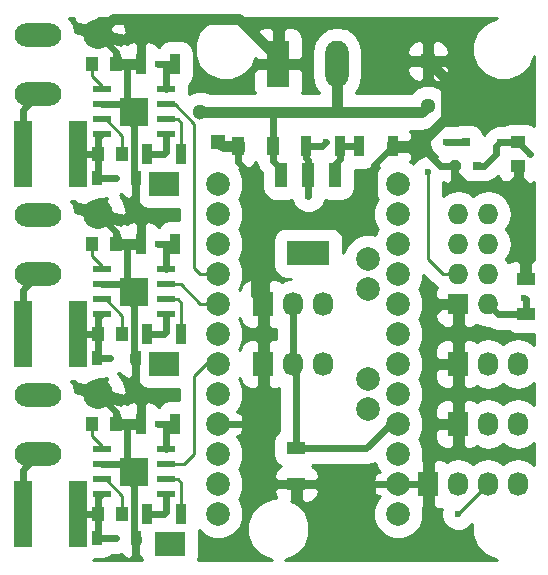
<source format=gtl>
G04 #@! TF.FileFunction,Copper,L1,Top,Signal*
%FSLAX46Y46*%
G04 Gerber Fmt 4.6, Leading zero omitted, Abs format (unit mm)*
G04 Created by KiCad (PCBNEW 4.0.4-stable) date 03/13/17 09:42:38*
%MOMM*%
%LPD*%
G01*
G04 APERTURE LIST*
%ADD10C,0.100000*%
%ADD11C,2.000000*%
%ADD12R,1.000000X1.600000*%
%ADD13R,1.600000X1.000000*%
%ADD14R,1.250000X1.000000*%
%ADD15R,0.900000X1.700000*%
%ADD16R,3.657600X2.032000*%
%ADD17R,1.016000X2.032000*%
%ADD18R,0.800100X0.800100*%
%ADD19R,1.727200X1.727200*%
%ADD20O,1.727200X1.727200*%
%ADD21R,1.000000X1.250000*%
%ADD22R,1.300000X1.300000*%
%ADD23C,1.300000*%
%ADD24C,2.540000*%
%ADD25R,2.540000X2.000000*%
%ADD26R,0.910000X1.220000*%
%ADD27R,1.550000X0.600000*%
%ADD28R,1.175000X1.175000*%
%ADD29R,1.600000X5.700000*%
%ADD30R,1.981200X3.962400*%
%ADD31O,1.981200X3.962400*%
%ADD32O,3.962400X1.981200*%
%ADD33R,1.727200X2.032000*%
%ADD34O,1.727200X2.032000*%
%ADD35C,0.600000*%
%ADD36C,0.600000*%
%ADD37C,0.900000*%
%ADD38C,0.250000*%
%ADD39C,0.254000*%
G04 APERTURE END LIST*
D10*
D11*
X119380000Y-114300000D03*
X119380000Y-116840000D03*
X119380000Y-119380000D03*
X119380000Y-121920000D03*
X119380000Y-124460000D03*
X119380000Y-127000000D03*
X119380000Y-129540000D03*
X119380000Y-132080000D03*
X119380000Y-134620000D03*
X119380000Y-137160000D03*
X119380000Y-139700000D03*
X119380000Y-142240000D03*
X134620000Y-142240000D03*
X134620000Y-139700000D03*
X134620000Y-137160000D03*
X134620000Y-134620000D03*
X134620000Y-132080000D03*
X134620000Y-129540000D03*
X134620000Y-127000000D03*
X134620000Y-124460000D03*
X134620000Y-121920000D03*
X134620000Y-119380000D03*
X134620000Y-116840000D03*
X134620000Y-114300000D03*
X132080000Y-120650000D03*
X132080000Y-123190000D03*
X132080000Y-133350000D03*
X132080000Y-130810000D03*
D12*
X124055000Y-111125000D03*
X121055000Y-111125000D03*
D13*
X125984000Y-136676000D03*
X125984000Y-139676000D03*
X145415000Y-125325000D03*
X145415000Y-122325000D03*
D14*
X144780000Y-110760000D03*
X144780000Y-112760000D03*
D15*
X126820000Y-111125000D03*
X129720000Y-111125000D03*
X131265000Y-111125000D03*
X134165000Y-111125000D03*
D16*
X127000000Y-120142000D03*
D17*
X127000000Y-113538000D03*
X124714000Y-113538000D03*
X129286000Y-113538000D03*
D18*
X139385000Y-112760760D03*
X141285000Y-112760760D03*
X140335000Y-110761780D03*
D19*
X139700000Y-124460000D03*
D20*
X142240000Y-124460000D03*
X139700000Y-121920000D03*
X142240000Y-121920000D03*
X139700000Y-119380000D03*
X142240000Y-119380000D03*
X139700000Y-116840000D03*
X142240000Y-116840000D03*
D21*
X108728000Y-134620000D03*
X110728000Y-134620000D03*
X108728000Y-119380000D03*
X110728000Y-119380000D03*
X108728000Y-104140000D03*
X110728000Y-104140000D03*
X109236000Y-142240000D03*
X111236000Y-142240000D03*
X109236000Y-127000000D03*
X111236000Y-127000000D03*
X109236000Y-111760000D03*
X111236000Y-111760000D03*
D22*
X119380000Y-110744000D03*
D23*
X117856000Y-108204000D03*
D24*
X109220000Y-132080001D03*
D25*
X115317953Y-144777463D03*
D24*
X109220001Y-116840000D03*
D25*
X114809953Y-129537463D03*
D24*
X109220000Y-101600001D03*
D25*
X114809953Y-114297463D03*
D26*
X109109000Y-144272000D03*
X112379000Y-144272000D03*
X109109000Y-129032000D03*
X112379000Y-129032000D03*
X109109000Y-113792000D03*
X112379000Y-113792000D03*
D15*
X116258000Y-142240000D03*
X113358000Y-142240000D03*
X116258000Y-127000000D03*
X113358000Y-127000000D03*
X116258000Y-111760000D03*
X113358000Y-111760000D03*
X115750000Y-134620000D03*
X112850000Y-134620000D03*
X115750000Y-119380000D03*
X112850000Y-119380000D03*
X115750000Y-104140000D03*
X112850000Y-104140000D03*
D27*
X114968000Y-125349000D03*
X114968000Y-124079000D03*
X114968000Y-122809000D03*
X114968000Y-121539000D03*
X109568000Y-121539000D03*
X109568000Y-122809000D03*
X109568000Y-124079000D03*
X109568000Y-125349000D03*
D28*
X111680500Y-122856500D03*
X111680500Y-124031500D03*
X112855500Y-122856500D03*
X112855500Y-124031500D03*
D27*
X114968000Y-110109000D03*
X114968000Y-108839000D03*
X114968000Y-107569000D03*
X114968000Y-106299000D03*
X109568000Y-106299000D03*
X109568000Y-107569000D03*
X109568000Y-108839000D03*
X109568000Y-110109000D03*
D28*
X111680500Y-107616500D03*
X111680500Y-108791500D03*
X112855500Y-107616500D03*
X112855500Y-108791500D03*
D27*
X114968000Y-140589000D03*
X114968000Y-139319000D03*
X114968000Y-138049000D03*
X114968000Y-136779000D03*
X109568000Y-136779000D03*
X109568000Y-138049000D03*
X109568000Y-139319000D03*
X109568000Y-140589000D03*
D28*
X111680500Y-138096500D03*
X111680500Y-139271500D03*
X112855500Y-138096500D03*
X112855500Y-139271500D03*
D29*
X107506000Y-142240000D03*
X102806000Y-142240000D03*
D23*
X137160000Y-107696000D03*
D22*
X137160000Y-103896000D03*
D29*
X107506000Y-127000000D03*
X102806000Y-127000000D03*
X107506000Y-111760000D03*
X102806000Y-111760000D03*
D30*
X124460000Y-104140000D03*
D31*
X129460000Y-104140000D03*
D32*
X104140000Y-137160000D03*
X104140000Y-132160000D03*
X104140000Y-106680000D03*
X104140000Y-101680000D03*
X104140000Y-121920000D03*
X104140000Y-116920000D03*
D33*
X123190000Y-124460000D03*
D34*
X125730000Y-124460000D03*
X128270000Y-124460000D03*
D33*
X123190000Y-129540000D03*
D34*
X125730000Y-129540000D03*
X128270000Y-129540000D03*
D33*
X137160000Y-139700000D03*
D34*
X139700000Y-139700000D03*
X142240000Y-139700000D03*
X144780000Y-139700000D03*
D33*
X139700000Y-129540000D03*
D34*
X142240000Y-129540000D03*
X144780000Y-129540000D03*
D33*
X139700000Y-134620000D03*
D34*
X142240000Y-134620000D03*
X144780000Y-134620000D03*
D35*
X114808000Y-111760000D03*
X114808000Y-127000000D03*
X114808000Y-142240000D03*
X128524000Y-110744000D03*
X138684000Y-110744000D03*
X127000000Y-115316000D03*
X145796000Y-111760000D03*
X145288000Y-123952000D03*
X143256000Y-110744000D03*
X137160000Y-113284000D03*
X110744000Y-144272000D03*
X110236000Y-129032000D03*
X110744000Y-113792000D03*
X139700000Y-142240000D03*
X114300000Y-134620000D03*
X114300000Y-104140000D03*
X114300000Y-119380000D03*
D36*
X113358000Y-111760000D02*
X114808000Y-111760000D01*
X114968000Y-110109000D02*
X114968000Y-111600000D01*
X114968000Y-111600000D02*
X114808000Y-111760000D01*
X114968000Y-140589000D02*
X114968000Y-142080000D01*
X114968000Y-142080000D02*
X114808000Y-142240000D01*
X113358000Y-127000000D02*
X114808000Y-127000000D01*
X114968000Y-125349000D02*
X114968000Y-126840000D01*
X114968000Y-126840000D02*
X114808000Y-127000000D01*
X114808000Y-142240000D02*
X113358000Y-142240000D01*
X124055000Y-111125000D02*
X124055000Y-108204000D01*
X124055000Y-108204000D02*
X123952000Y-108204000D01*
D37*
X129460000Y-104140000D02*
X129460000Y-108204000D01*
X129460000Y-108204000D02*
X129540000Y-108204000D01*
X117856000Y-108204000D02*
X123952000Y-108204000D01*
X123952000Y-108204000D02*
X129540000Y-108204000D01*
X129540000Y-108204000D02*
X136652000Y-108204000D01*
X136652000Y-108204000D02*
X137160000Y-107696000D01*
D36*
X124714000Y-113538000D02*
X124714000Y-113030000D01*
X124714000Y-113030000D02*
X124055000Y-112371000D01*
X124055000Y-112371000D02*
X124055000Y-111125000D01*
D37*
X122491500Y-101663500D02*
X121158000Y-100330000D01*
X110490001Y-100330000D02*
X109220000Y-101600001D01*
X121158000Y-100330000D02*
X110490001Y-100330000D01*
X138684000Y-108712000D02*
X138684000Y-105420000D01*
X138684000Y-105420000D02*
X138684000Y-105664000D01*
X138684000Y-105664000D02*
X138684000Y-105420000D01*
X136525000Y-111125000D02*
X136525000Y-110871000D01*
X138684000Y-105420000D02*
X137160000Y-103896000D01*
X136525000Y-110871000D02*
X138684000Y-108712000D01*
X121055000Y-111125000D02*
X119761000Y-111125000D01*
X119761000Y-111125000D02*
X119380000Y-110744000D01*
X124460000Y-104140000D02*
X124460000Y-103632000D01*
X124460000Y-103632000D02*
X122491500Y-101663500D01*
D36*
X112855500Y-138096500D02*
X112855500Y-139271500D01*
X112855500Y-122856500D02*
X112855500Y-124031500D01*
X112855500Y-107616500D02*
X112855500Y-108791500D01*
X112850000Y-134620000D02*
X112850000Y-132154000D01*
X112379000Y-131683000D02*
X112379000Y-129032000D01*
X112850000Y-132154000D02*
X112379000Y-131683000D01*
X112850000Y-119380000D02*
X112850000Y-117422000D01*
X112379000Y-116951000D02*
X112379000Y-113792000D01*
X112850000Y-117422000D02*
X112379000Y-116951000D01*
X112379000Y-113792000D02*
X112268000Y-113681000D01*
X112268000Y-113681000D02*
X112268000Y-109379000D01*
X112268000Y-109379000D02*
X111680500Y-108791500D01*
X112379000Y-129032000D02*
X112268000Y-128921000D01*
X112268000Y-128921000D02*
X112268000Y-124619000D01*
X112268000Y-124619000D02*
X111680500Y-124031500D01*
X112379000Y-144272000D02*
X112268000Y-144161000D01*
X112268000Y-144161000D02*
X112268000Y-139859000D01*
X112268000Y-139859000D02*
X111680500Y-139271500D01*
X111680500Y-138096500D02*
X111680500Y-134620000D01*
D38*
X111680500Y-134620000D02*
X111760000Y-134620000D01*
D36*
X109568000Y-138049000D02*
X111633000Y-138049000D01*
D38*
X111680500Y-138096500D02*
X112855500Y-138096500D01*
X111633000Y-138049000D02*
X111680500Y-138096500D01*
D36*
X110728000Y-134620000D02*
X110728000Y-133588000D01*
X110728000Y-133588000D02*
X109220000Y-132080000D01*
X110728000Y-119380000D02*
X110728000Y-118348000D01*
X110728000Y-118348000D02*
X109220000Y-116840000D01*
X110728000Y-104140000D02*
X110728000Y-103108000D01*
X110728000Y-103108000D02*
X109220000Y-101600000D01*
D38*
X111680500Y-107616500D02*
X112855500Y-107616500D01*
X111680500Y-122856500D02*
X112855500Y-122856500D01*
D36*
X110728000Y-134620000D02*
X111760000Y-134620000D01*
X111760000Y-134620000D02*
X112850000Y-134620000D01*
X111680500Y-122856500D02*
X111680500Y-119380000D01*
D38*
X111680500Y-119380000D02*
X111760000Y-119380000D01*
D36*
X111680500Y-107616500D02*
X111680500Y-104140000D01*
D38*
X111680500Y-104140000D02*
X111760000Y-104140000D01*
D36*
X110728000Y-104140000D02*
X111760000Y-104140000D01*
X111760000Y-104140000D02*
X112850000Y-104140000D01*
X109568000Y-122809000D02*
X111633000Y-122809000D01*
D38*
X111633000Y-122809000D02*
X111680500Y-122856500D01*
D36*
X110728000Y-119380000D02*
X111760000Y-119380000D01*
X111760000Y-119380000D02*
X112850000Y-119380000D01*
D38*
X111236000Y-107172000D02*
X111680500Y-107616500D01*
D36*
X109568000Y-107569000D02*
X111633000Y-107569000D01*
D38*
X111633000Y-107569000D02*
X111680500Y-107616500D01*
D36*
X122428000Y-117856000D02*
X130048000Y-117856000D01*
X132588000Y-112702000D02*
X134165000Y-111125000D01*
X132588000Y-115316000D02*
X132588000Y-112702000D01*
X130048000Y-117856000D02*
X132588000Y-115316000D01*
X145415000Y-122325000D02*
X145415000Y-114300000D01*
X145415000Y-114300000D02*
X144780000Y-113665000D01*
X121055000Y-111125000D02*
X121055000Y-112419000D01*
X122428000Y-113792000D02*
X122428000Y-117856000D01*
X122428000Y-117856000D02*
X122428000Y-123698000D01*
X121055000Y-112419000D02*
X122428000Y-113792000D01*
X122428000Y-123698000D02*
X123190000Y-124460000D01*
D37*
X134165000Y-111125000D02*
X136525000Y-111125000D01*
D36*
X136525000Y-111125000D02*
X138160760Y-112760760D01*
X138160760Y-112760760D02*
X139385000Y-112760760D01*
X139385000Y-112760760D02*
X139385000Y-113350000D01*
X144780000Y-113665000D02*
X144780000Y-112760000D01*
X144145000Y-114300000D02*
X144780000Y-113665000D01*
X140335000Y-114300000D02*
X144145000Y-114300000D01*
X139385000Y-113350000D02*
X140335000Y-114300000D01*
X125984000Y-139676000D02*
X124436000Y-139676000D01*
X123190000Y-138430000D02*
X123190000Y-134620000D01*
X124436000Y-139676000D02*
X123190000Y-138430000D01*
X134620000Y-139700000D02*
X126008000Y-139700000D01*
X126008000Y-139700000D02*
X125984000Y-139676000D01*
X119380000Y-134620000D02*
X123190000Y-134620000D01*
X123190000Y-129540000D02*
X123190000Y-134620000D01*
X123190000Y-124460000D02*
X123190000Y-129540000D01*
X137160000Y-134620000D02*
X139700000Y-134620000D01*
X137160000Y-129540000D02*
X139700000Y-129540000D01*
X134620000Y-139700000D02*
X137160000Y-139700000D01*
X137160000Y-139700000D02*
X137160000Y-134620000D01*
X137160000Y-134620000D02*
X137160000Y-129540000D01*
X137160000Y-129540000D02*
X137160000Y-125730000D01*
X138430000Y-124460000D02*
X139700000Y-124460000D01*
X137160000Y-125730000D02*
X138430000Y-124460000D01*
X140335000Y-110761780D02*
X138701780Y-110761780D01*
X128143000Y-111125000D02*
X126820000Y-111125000D01*
X128524000Y-110744000D02*
X128143000Y-111125000D01*
X138701780Y-110761780D02*
X138684000Y-110744000D01*
X127000000Y-115316000D02*
X127000000Y-113538000D01*
X127000000Y-113538000D02*
X127000000Y-112268000D01*
X127000000Y-112268000D02*
X126820000Y-112088000D01*
X126820000Y-112088000D02*
X126820000Y-111125000D01*
X125984000Y-136676000D02*
X125984000Y-129794000D01*
X125984000Y-129794000D02*
X125730000Y-129540000D01*
X134620000Y-134620000D02*
X133985000Y-134620000D01*
X133985000Y-134620000D02*
X131929000Y-136676000D01*
X131929000Y-136676000D02*
X125984000Y-136676000D01*
X125730000Y-129540000D02*
X125730000Y-124460000D01*
X145796000Y-111760000D02*
X144796000Y-110760000D01*
X144796000Y-110760000D02*
X144780000Y-110760000D01*
X145415000Y-125325000D02*
X145415000Y-124079000D01*
X145415000Y-124079000D02*
X145288000Y-123952000D01*
X143256000Y-110744000D02*
X143256000Y-110760000D01*
X143256000Y-110760000D02*
X143240000Y-110760000D01*
X141285000Y-112760760D02*
X141874240Y-112760760D01*
X143240000Y-110760000D02*
X144780000Y-110760000D01*
X142875000Y-111125000D02*
X143240000Y-110760000D01*
X142875000Y-111760000D02*
X142875000Y-111125000D01*
X141874240Y-112760760D02*
X142875000Y-111760000D01*
X145415000Y-125325000D02*
X143105000Y-125325000D01*
X143105000Y-125325000D02*
X142240000Y-124460000D01*
X129286000Y-113538000D02*
X129286000Y-112649000D01*
X129286000Y-112649000D02*
X129720000Y-112215000D01*
X129720000Y-112215000D02*
X129720000Y-111125000D01*
X131265000Y-111125000D02*
X129720000Y-111125000D01*
D38*
X114968000Y-138049000D02*
X116459000Y-138049000D01*
X118364000Y-129540000D02*
X119380000Y-129540000D01*
X117348000Y-130556000D02*
X118364000Y-129540000D01*
X117348000Y-137160000D02*
X117348000Y-130556000D01*
X116459000Y-138049000D02*
X117348000Y-137160000D01*
X138430000Y-121920000D02*
X139700000Y-121920000D01*
X137160000Y-113284000D02*
X137160000Y-120650000D01*
X137160000Y-120650000D02*
X138430000Y-121920000D01*
X108728000Y-134620000D02*
X108728000Y-135652000D01*
X108728000Y-135652000D02*
X109568000Y-136492000D01*
X109568000Y-136492000D02*
X109568000Y-136779000D01*
X108728000Y-119380000D02*
X108728000Y-120412000D01*
X108728000Y-120412000D02*
X109568000Y-121252000D01*
X109568000Y-121252000D02*
X109568000Y-121539000D01*
X108728000Y-104140000D02*
X108728000Y-105172000D01*
X108728000Y-105172000D02*
X109568000Y-106012000D01*
X109568000Y-106012000D02*
X109568000Y-106299000D01*
D36*
X110744000Y-144272000D02*
X109109000Y-144272000D01*
X109568000Y-140589000D02*
X109236000Y-140921000D01*
X109236000Y-140921000D02*
X109236000Y-142240000D01*
X109109000Y-144272000D02*
X109236000Y-144145000D01*
X109236000Y-144145000D02*
X109236000Y-142240000D01*
X109236000Y-142240000D02*
X107506000Y-142240000D01*
D38*
X111236000Y-142240000D02*
X111236000Y-140700000D01*
X111236000Y-140700000D02*
X109855000Y-139319000D01*
X109855000Y-139319000D02*
X109568000Y-139319000D01*
D36*
X110236000Y-129032000D02*
X109109000Y-129032000D01*
X109109000Y-129032000D02*
X109236000Y-128905000D01*
X109236000Y-128905000D02*
X109236000Y-127000000D01*
X109568000Y-125349000D02*
X109236000Y-125681000D01*
X109236000Y-125681000D02*
X109236000Y-127000000D01*
X109109000Y-127127000D02*
X109236000Y-127000000D01*
X109236000Y-127000000D02*
X107506000Y-127000000D01*
D38*
X111236000Y-127000000D02*
X111236000Y-125460000D01*
X111236000Y-125460000D02*
X109855000Y-124079000D01*
X109855000Y-124079000D02*
X109568000Y-124079000D01*
D36*
X110744000Y-113792000D02*
X109109000Y-113792000D01*
X109109000Y-113792000D02*
X109236000Y-113665000D01*
X109236000Y-113665000D02*
X109236000Y-111760000D01*
X109568000Y-110109000D02*
X109236000Y-110441000D01*
X109236000Y-110441000D02*
X109236000Y-111760000D01*
X107506000Y-111760000D02*
X109236000Y-111760000D01*
D38*
X111236000Y-111760000D02*
X111236000Y-110220000D01*
X111236000Y-110220000D02*
X109855000Y-108839000D01*
X109855000Y-108839000D02*
X109568000Y-108839000D01*
X116258000Y-139626000D02*
X116258000Y-142240000D01*
X115951000Y-139319000D02*
X116258000Y-139626000D01*
X114968000Y-139319000D02*
X115951000Y-139319000D01*
X114968000Y-124079000D02*
X115951000Y-124079000D01*
X116258000Y-124386000D02*
X116258000Y-127000000D01*
X115951000Y-124079000D02*
X116258000Y-124386000D01*
X114968000Y-108839000D02*
X115951000Y-108839000D01*
X116258000Y-109146000D02*
X116258000Y-111760000D01*
X115951000Y-108839000D02*
X116258000Y-109146000D01*
X114968000Y-107569000D02*
X115697000Y-107569000D01*
X115697000Y-107569000D02*
X117348000Y-109220000D01*
X117348000Y-109220000D02*
X117348000Y-121412000D01*
X117348000Y-121412000D02*
X117856000Y-121920000D01*
X117856000Y-121920000D02*
X119380000Y-121920000D01*
X114968000Y-122809000D02*
X116205000Y-122809000D01*
X117856000Y-124460000D02*
X119380000Y-124460000D01*
X116205000Y-122809000D02*
X117856000Y-124460000D01*
D36*
X102806000Y-142240000D02*
X102806000Y-138494000D01*
X102806000Y-138494000D02*
X104140000Y-137160000D01*
X102806000Y-127000000D02*
X102806000Y-123254000D01*
X102806000Y-123254000D02*
X104140000Y-121920000D01*
X104140000Y-106680000D02*
X102806000Y-108014000D01*
X102806000Y-108014000D02*
X102806000Y-111760000D01*
D38*
X139700000Y-142240000D02*
X142240000Y-139700000D01*
D36*
X114968000Y-136779000D02*
X114968000Y-134620000D01*
X114968000Y-134620000D02*
X114808000Y-134620000D01*
X114300000Y-134620000D02*
X114808000Y-134620000D01*
X114808000Y-134620000D02*
X115750000Y-134620000D01*
X114968000Y-106299000D02*
X114968000Y-104140000D01*
X114968000Y-104140000D02*
X114808000Y-104140000D01*
X114300000Y-104140000D02*
X114808000Y-104140000D01*
X114808000Y-104140000D02*
X115750000Y-104140000D01*
X114968000Y-121539000D02*
X114968000Y-119380000D01*
X114968000Y-119380000D02*
X114808000Y-119380000D01*
X114300000Y-119380000D02*
X114808000Y-119380000D01*
X114808000Y-119380000D02*
X115750000Y-119380000D01*
D39*
G36*
X122684038Y-112652724D02*
X122719710Y-112832056D01*
X122736624Y-112917089D01*
X123045959Y-113380041D01*
X123056921Y-113391003D01*
X123056921Y-114554000D01*
X123135506Y-114971641D01*
X123382331Y-115355219D01*
X123758944Y-115612548D01*
X124206000Y-115703079D01*
X125222000Y-115703079D01*
X125587504Y-115634304D01*
X125789543Y-116123275D01*
X126190614Y-116525047D01*
X126714907Y-116742752D01*
X127282603Y-116743248D01*
X127807275Y-116526457D01*
X128209047Y-116125386D01*
X128414933Y-115629556D01*
X128778000Y-115703079D01*
X129794000Y-115703079D01*
X130211641Y-115624494D01*
X130595219Y-115377669D01*
X130852548Y-115001056D01*
X130943079Y-114554000D01*
X130943079Y-113124079D01*
X131715000Y-113124079D01*
X132132641Y-113045494D01*
X132516219Y-112798669D01*
X132715507Y-112507002D01*
X132759576Y-112613394D01*
X133028998Y-112882817D01*
X132817869Y-113093578D01*
X132493370Y-113875057D01*
X132492632Y-114721230D01*
X132815766Y-115503274D01*
X132881968Y-115569591D01*
X132817869Y-115633578D01*
X132493370Y-116415057D01*
X132492632Y-117261230D01*
X132815766Y-118043274D01*
X132881968Y-118109591D01*
X132817869Y-118173578D01*
X132647963Y-118582757D01*
X132504943Y-118523370D01*
X131658770Y-118522632D01*
X130876726Y-118845766D01*
X130277869Y-119443578D01*
X129977879Y-120166033D01*
X129977879Y-119126000D01*
X129899294Y-118708359D01*
X129652469Y-118324781D01*
X129275856Y-118067452D01*
X128828800Y-117976921D01*
X125171200Y-117976921D01*
X124753559Y-118055506D01*
X124369981Y-118302331D01*
X124112652Y-118678944D01*
X124022121Y-119126000D01*
X124022121Y-121158000D01*
X124100706Y-121575641D01*
X124347531Y-121959219D01*
X124724144Y-122216548D01*
X125171200Y-122307079D01*
X125568808Y-122307079D01*
X124968230Y-122426541D01*
X124765452Y-122562033D01*
X124691994Y-122488576D01*
X124277774Y-122317000D01*
X123844750Y-122317000D01*
X123563000Y-122598750D01*
X123563000Y-124087000D01*
X123583000Y-124087000D01*
X123583000Y-124833000D01*
X123563000Y-124833000D01*
X123563000Y-126321250D01*
X123844750Y-126603000D01*
X124277774Y-126603000D01*
X124303000Y-126592551D01*
X124303000Y-127407449D01*
X124277774Y-127397000D01*
X123844750Y-127397000D01*
X123563000Y-127678750D01*
X123563000Y-129167000D01*
X123583000Y-129167000D01*
X123583000Y-129913000D01*
X123563000Y-129913000D01*
X123563000Y-131401250D01*
X123844750Y-131683000D01*
X124277774Y-131683000D01*
X124557000Y-131567340D01*
X124557000Y-135240224D01*
X124382781Y-135352331D01*
X124125452Y-135728944D01*
X124034921Y-136176000D01*
X124034921Y-137176000D01*
X124113506Y-137593641D01*
X124360331Y-137977219D01*
X124651998Y-138176507D01*
X124545606Y-138220576D01*
X124228575Y-138537606D01*
X124057000Y-138951826D01*
X124057000Y-139144250D01*
X124338750Y-139426000D01*
X125611000Y-139426000D01*
X125611000Y-139283000D01*
X126357000Y-139283000D01*
X126357000Y-139426000D01*
X127629250Y-139426000D01*
X127911000Y-139144250D01*
X127911000Y-138951826D01*
X127739425Y-138537606D01*
X127422394Y-138220576D01*
X127312597Y-138175096D01*
X127424638Y-138103000D01*
X131929000Y-138103000D01*
X132475089Y-137994376D01*
X132622612Y-137895804D01*
X132815766Y-138363274D01*
X132854490Y-138402066D01*
X132824526Y-138432030D01*
X133048322Y-138655826D01*
X132672411Y-138746047D01*
X132455600Y-139563972D01*
X132568300Y-140402607D01*
X132672411Y-140653953D01*
X133048322Y-140744174D01*
X132824526Y-140967970D01*
X132854033Y-140997477D01*
X132817869Y-141033578D01*
X132493370Y-141815057D01*
X132492632Y-142661230D01*
X132815766Y-143443274D01*
X133413578Y-144042131D01*
X134195057Y-144366630D01*
X135041230Y-144367368D01*
X135823274Y-144044234D01*
X136422131Y-143446422D01*
X136746630Y-142664943D01*
X136747368Y-141818770D01*
X136683662Y-141664588D01*
X136787000Y-141561250D01*
X136787000Y-140073000D01*
X136767000Y-140073000D01*
X136767000Y-139901670D01*
X136784400Y-139836028D01*
X136767000Y-139706550D01*
X136767000Y-139327000D01*
X136787000Y-139327000D01*
X136787000Y-137838750D01*
X136684007Y-137735757D01*
X136746630Y-137584943D01*
X136747368Y-136738770D01*
X136424234Y-135956726D01*
X136358032Y-135890409D01*
X136422131Y-135826422D01*
X136651205Y-135274750D01*
X137709400Y-135274750D01*
X137709400Y-135860174D01*
X137880975Y-136274394D01*
X138198006Y-136591424D01*
X138612226Y-136763000D01*
X139045250Y-136763000D01*
X139327000Y-136481250D01*
X139327000Y-134993000D01*
X137991150Y-134993000D01*
X137709400Y-135274750D01*
X136651205Y-135274750D01*
X136746630Y-135044943D01*
X136747368Y-134198770D01*
X136424234Y-133416726D01*
X136387398Y-133379826D01*
X137709400Y-133379826D01*
X137709400Y-133965250D01*
X137991150Y-134247000D01*
X139327000Y-134247000D01*
X139327000Y-132758750D01*
X139045250Y-132477000D01*
X138612226Y-132477000D01*
X138198006Y-132648576D01*
X137880975Y-132965606D01*
X137709400Y-133379826D01*
X136387398Y-133379826D01*
X136358032Y-133350409D01*
X136422131Y-133286422D01*
X136746630Y-132504943D01*
X136747368Y-131658770D01*
X136424234Y-130876726D01*
X136358032Y-130810409D01*
X136422131Y-130746422D01*
X136651205Y-130194750D01*
X137709400Y-130194750D01*
X137709400Y-130780174D01*
X137880975Y-131194394D01*
X138198006Y-131511424D01*
X138612226Y-131683000D01*
X139045250Y-131683000D01*
X139327000Y-131401250D01*
X139327000Y-129913000D01*
X137991150Y-129913000D01*
X137709400Y-130194750D01*
X136651205Y-130194750D01*
X136746630Y-129964943D01*
X136747368Y-129118770D01*
X136424234Y-128336726D01*
X136387398Y-128299826D01*
X137709400Y-128299826D01*
X137709400Y-128885250D01*
X137991150Y-129167000D01*
X139327000Y-129167000D01*
X139327000Y-127678750D01*
X139045250Y-127397000D01*
X138612226Y-127397000D01*
X138198006Y-127568576D01*
X137880975Y-127885606D01*
X137709400Y-128299826D01*
X136387398Y-128299826D01*
X136358032Y-128270409D01*
X136422131Y-128206422D01*
X136746630Y-127424943D01*
X136747368Y-126578770D01*
X136424234Y-125796726D01*
X136358032Y-125730409D01*
X136422131Y-125666422D01*
X136651205Y-125114750D01*
X137709400Y-125114750D01*
X137709400Y-125547774D01*
X137880976Y-125961994D01*
X138198006Y-126279025D01*
X138612226Y-126450600D01*
X139045250Y-126450600D01*
X139327000Y-126168850D01*
X139327000Y-124833000D01*
X137991150Y-124833000D01*
X137709400Y-125114750D01*
X136651205Y-125114750D01*
X136746630Y-124884943D01*
X136747368Y-124038770D01*
X136424234Y-123256726D01*
X136358032Y-123190409D01*
X136422131Y-123126422D01*
X136746630Y-122344943D01*
X136746924Y-122007520D01*
X137544702Y-122805298D01*
X137857623Y-123014385D01*
X137709400Y-123372226D01*
X137709400Y-123805250D01*
X137991150Y-124087000D01*
X139327000Y-124087000D01*
X139327000Y-124067000D01*
X140073000Y-124067000D01*
X140073000Y-124087000D01*
X140093000Y-124087000D01*
X140093000Y-124833000D01*
X140073000Y-124833000D01*
X140073000Y-126168850D01*
X140354750Y-126450600D01*
X140787774Y-126450600D01*
X141201994Y-126279025D01*
X141284999Y-126196020D01*
X141439232Y-126299075D01*
X142201002Y-126450600D01*
X142270401Y-126450600D01*
X142475089Y-126587368D01*
X142558911Y-126643376D01*
X143105000Y-126752000D01*
X143975417Y-126752000D01*
X144167944Y-126883548D01*
X144615000Y-126974079D01*
X146118000Y-126974079D01*
X146118000Y-127891566D01*
X145541770Y-127506541D01*
X144780000Y-127355016D01*
X144018230Y-127506541D01*
X143510000Y-127846130D01*
X143001770Y-127506541D01*
X142240000Y-127355016D01*
X141478230Y-127506541D01*
X141275452Y-127642033D01*
X141201994Y-127568576D01*
X140787774Y-127397000D01*
X140354750Y-127397000D01*
X140073000Y-127678750D01*
X140073000Y-129167000D01*
X140093000Y-129167000D01*
X140093000Y-129913000D01*
X140073000Y-129913000D01*
X140073000Y-131401250D01*
X140354750Y-131683000D01*
X140787774Y-131683000D01*
X141201994Y-131511424D01*
X141275452Y-131437967D01*
X141478230Y-131573459D01*
X142240000Y-131724984D01*
X143001770Y-131573459D01*
X143510000Y-131233870D01*
X144018230Y-131573459D01*
X144780000Y-131724984D01*
X145541770Y-131573459D01*
X146118000Y-131188434D01*
X146118000Y-132971566D01*
X145541770Y-132586541D01*
X144780000Y-132435016D01*
X144018230Y-132586541D01*
X143510000Y-132926130D01*
X143001770Y-132586541D01*
X142240000Y-132435016D01*
X141478230Y-132586541D01*
X141275452Y-132722033D01*
X141201994Y-132648576D01*
X140787774Y-132477000D01*
X140354750Y-132477000D01*
X140073000Y-132758750D01*
X140073000Y-134247000D01*
X140093000Y-134247000D01*
X140093000Y-134993000D01*
X140073000Y-134993000D01*
X140073000Y-136481250D01*
X140354750Y-136763000D01*
X140787774Y-136763000D01*
X141201994Y-136591424D01*
X141275452Y-136517967D01*
X141478230Y-136653459D01*
X142240000Y-136804984D01*
X143001770Y-136653459D01*
X143510000Y-136313870D01*
X144018230Y-136653459D01*
X144780000Y-136804984D01*
X145541770Y-136653459D01*
X146118000Y-136268434D01*
X146118000Y-138051566D01*
X145541770Y-137666541D01*
X144780000Y-137515016D01*
X144018230Y-137666541D01*
X143510000Y-138006130D01*
X143001770Y-137666541D01*
X142240000Y-137515016D01*
X141478230Y-137666541D01*
X140970000Y-138006130D01*
X140461770Y-137666541D01*
X139700000Y-137515016D01*
X138938230Y-137666541D01*
X138735452Y-137802033D01*
X138661994Y-137728576D01*
X138247774Y-137557000D01*
X137814750Y-137557000D01*
X137533000Y-137838750D01*
X137533000Y-139327000D01*
X137553000Y-139327000D01*
X137553000Y-140073000D01*
X137533000Y-140073000D01*
X137533000Y-141561250D01*
X137814750Y-141843000D01*
X138247774Y-141843000D01*
X138334660Y-141807011D01*
X138273248Y-141954907D01*
X138272752Y-142522603D01*
X138489543Y-143047275D01*
X138890614Y-143449047D01*
X139414907Y-143666752D01*
X139982603Y-143667248D01*
X140507275Y-143450457D01*
X140883379Y-143075010D01*
X140882545Y-144030250D01*
X141281639Y-144996132D01*
X142019981Y-145735764D01*
X142940508Y-146118000D01*
X125027335Y-146118000D01*
X125946132Y-145738361D01*
X126685764Y-145000019D01*
X127086543Y-144034835D01*
X127087455Y-142989750D01*
X126688361Y-142023868D01*
X125950019Y-141284236D01*
X125524645Y-141107605D01*
X125611000Y-141021250D01*
X125611000Y-139926000D01*
X126357000Y-139926000D01*
X126357000Y-141021250D01*
X126638750Y-141303000D01*
X127008174Y-141303000D01*
X127422394Y-141131424D01*
X127739425Y-140814394D01*
X127911000Y-140400174D01*
X127911000Y-140207750D01*
X127629250Y-139926000D01*
X126357000Y-139926000D01*
X125611000Y-139926000D01*
X124338750Y-139926000D01*
X124057000Y-140207750D01*
X124057000Y-140400174D01*
X124228575Y-140814394D01*
X124297038Y-140882857D01*
X123939750Y-140882545D01*
X122973868Y-141281639D01*
X122234236Y-142019981D01*
X121833457Y-142985165D01*
X121832545Y-144030250D01*
X122231639Y-144996132D01*
X122969981Y-145735764D01*
X123890508Y-146118000D01*
X117668072Y-146118000D01*
X117737032Y-145777463D01*
X117737032Y-143777463D01*
X117707937Y-143622836D01*
X117727067Y-143594839D01*
X118173578Y-144042131D01*
X118955057Y-144366630D01*
X119801230Y-144367368D01*
X120583274Y-144044234D01*
X121182131Y-143446422D01*
X121506630Y-142664943D01*
X121507368Y-141818770D01*
X121184234Y-141036726D01*
X121118032Y-140970409D01*
X121182131Y-140906422D01*
X121506630Y-140124943D01*
X121507368Y-139278770D01*
X121184234Y-138496726D01*
X121118032Y-138430409D01*
X121182131Y-138366422D01*
X121506630Y-137584943D01*
X121507368Y-136738770D01*
X121184234Y-135956726D01*
X121145510Y-135917934D01*
X121175474Y-135887970D01*
X120951678Y-135664174D01*
X121327589Y-135573953D01*
X121544400Y-134756028D01*
X121431700Y-133917393D01*
X121327589Y-133666047D01*
X120951678Y-133575826D01*
X121175474Y-133352030D01*
X121145967Y-133322523D01*
X121182131Y-133286422D01*
X121506630Y-132504943D01*
X121507368Y-131658770D01*
X121184234Y-130876726D01*
X121118032Y-130810409D01*
X121182131Y-130746422D01*
X121199400Y-130704834D01*
X121199400Y-130780174D01*
X121370975Y-131194394D01*
X121688006Y-131511424D01*
X122102226Y-131683000D01*
X122535250Y-131683000D01*
X122817000Y-131401250D01*
X122817000Y-129913000D01*
X122797000Y-129913000D01*
X122797000Y-129167000D01*
X122817000Y-129167000D01*
X122817000Y-127678750D01*
X122535250Y-127397000D01*
X122102226Y-127397000D01*
X121688006Y-127568576D01*
X121370975Y-127885606D01*
X121199400Y-128299826D01*
X121199400Y-128373431D01*
X121184234Y-128336726D01*
X121118032Y-128270409D01*
X121182131Y-128206422D01*
X121506630Y-127424943D01*
X121507368Y-126578770D01*
X121184234Y-125796726D01*
X121118032Y-125730409D01*
X121182131Y-125666422D01*
X121199400Y-125624834D01*
X121199400Y-125700174D01*
X121370975Y-126114394D01*
X121688006Y-126431424D01*
X122102226Y-126603000D01*
X122535250Y-126603000D01*
X122817000Y-126321250D01*
X122817000Y-124833000D01*
X122797000Y-124833000D01*
X122797000Y-124087000D01*
X122817000Y-124087000D01*
X122817000Y-122598750D01*
X122535250Y-122317000D01*
X122102226Y-122317000D01*
X121688006Y-122488576D01*
X121370975Y-122805606D01*
X121199400Y-123219826D01*
X121199400Y-123293431D01*
X121184234Y-123256726D01*
X121118032Y-123190409D01*
X121182131Y-123126422D01*
X121506630Y-122344943D01*
X121507368Y-121498770D01*
X121184234Y-120716726D01*
X121118032Y-120650409D01*
X121182131Y-120586422D01*
X121506630Y-119804943D01*
X121507368Y-118958770D01*
X121184234Y-118176726D01*
X121118032Y-118110409D01*
X121182131Y-118046422D01*
X121506630Y-117264943D01*
X121507368Y-116418770D01*
X121184234Y-115636726D01*
X121118032Y-115570409D01*
X121182131Y-115506422D01*
X121506630Y-114724943D01*
X121507368Y-113878770D01*
X121184234Y-113096726D01*
X121139586Y-113052000D01*
X121428002Y-113052000D01*
X121428002Y-112893252D01*
X121586750Y-113052000D01*
X121779174Y-113052000D01*
X122193394Y-112880425D01*
X122510424Y-112563394D01*
X122555904Y-112453597D01*
X122684038Y-112652724D01*
X122684038Y-112652724D01*
G37*
X122684038Y-112652724D02*
X122719710Y-112832056D01*
X122736624Y-112917089D01*
X123045959Y-113380041D01*
X123056921Y-113391003D01*
X123056921Y-114554000D01*
X123135506Y-114971641D01*
X123382331Y-115355219D01*
X123758944Y-115612548D01*
X124206000Y-115703079D01*
X125222000Y-115703079D01*
X125587504Y-115634304D01*
X125789543Y-116123275D01*
X126190614Y-116525047D01*
X126714907Y-116742752D01*
X127282603Y-116743248D01*
X127807275Y-116526457D01*
X128209047Y-116125386D01*
X128414933Y-115629556D01*
X128778000Y-115703079D01*
X129794000Y-115703079D01*
X130211641Y-115624494D01*
X130595219Y-115377669D01*
X130852548Y-115001056D01*
X130943079Y-114554000D01*
X130943079Y-113124079D01*
X131715000Y-113124079D01*
X132132641Y-113045494D01*
X132516219Y-112798669D01*
X132715507Y-112507002D01*
X132759576Y-112613394D01*
X133028998Y-112882817D01*
X132817869Y-113093578D01*
X132493370Y-113875057D01*
X132492632Y-114721230D01*
X132815766Y-115503274D01*
X132881968Y-115569591D01*
X132817869Y-115633578D01*
X132493370Y-116415057D01*
X132492632Y-117261230D01*
X132815766Y-118043274D01*
X132881968Y-118109591D01*
X132817869Y-118173578D01*
X132647963Y-118582757D01*
X132504943Y-118523370D01*
X131658770Y-118522632D01*
X130876726Y-118845766D01*
X130277869Y-119443578D01*
X129977879Y-120166033D01*
X129977879Y-119126000D01*
X129899294Y-118708359D01*
X129652469Y-118324781D01*
X129275856Y-118067452D01*
X128828800Y-117976921D01*
X125171200Y-117976921D01*
X124753559Y-118055506D01*
X124369981Y-118302331D01*
X124112652Y-118678944D01*
X124022121Y-119126000D01*
X124022121Y-121158000D01*
X124100706Y-121575641D01*
X124347531Y-121959219D01*
X124724144Y-122216548D01*
X125171200Y-122307079D01*
X125568808Y-122307079D01*
X124968230Y-122426541D01*
X124765452Y-122562033D01*
X124691994Y-122488576D01*
X124277774Y-122317000D01*
X123844750Y-122317000D01*
X123563000Y-122598750D01*
X123563000Y-124087000D01*
X123583000Y-124087000D01*
X123583000Y-124833000D01*
X123563000Y-124833000D01*
X123563000Y-126321250D01*
X123844750Y-126603000D01*
X124277774Y-126603000D01*
X124303000Y-126592551D01*
X124303000Y-127407449D01*
X124277774Y-127397000D01*
X123844750Y-127397000D01*
X123563000Y-127678750D01*
X123563000Y-129167000D01*
X123583000Y-129167000D01*
X123583000Y-129913000D01*
X123563000Y-129913000D01*
X123563000Y-131401250D01*
X123844750Y-131683000D01*
X124277774Y-131683000D01*
X124557000Y-131567340D01*
X124557000Y-135240224D01*
X124382781Y-135352331D01*
X124125452Y-135728944D01*
X124034921Y-136176000D01*
X124034921Y-137176000D01*
X124113506Y-137593641D01*
X124360331Y-137977219D01*
X124651998Y-138176507D01*
X124545606Y-138220576D01*
X124228575Y-138537606D01*
X124057000Y-138951826D01*
X124057000Y-139144250D01*
X124338750Y-139426000D01*
X125611000Y-139426000D01*
X125611000Y-139283000D01*
X126357000Y-139283000D01*
X126357000Y-139426000D01*
X127629250Y-139426000D01*
X127911000Y-139144250D01*
X127911000Y-138951826D01*
X127739425Y-138537606D01*
X127422394Y-138220576D01*
X127312597Y-138175096D01*
X127424638Y-138103000D01*
X131929000Y-138103000D01*
X132475089Y-137994376D01*
X132622612Y-137895804D01*
X132815766Y-138363274D01*
X132854490Y-138402066D01*
X132824526Y-138432030D01*
X133048322Y-138655826D01*
X132672411Y-138746047D01*
X132455600Y-139563972D01*
X132568300Y-140402607D01*
X132672411Y-140653953D01*
X133048322Y-140744174D01*
X132824526Y-140967970D01*
X132854033Y-140997477D01*
X132817869Y-141033578D01*
X132493370Y-141815057D01*
X132492632Y-142661230D01*
X132815766Y-143443274D01*
X133413578Y-144042131D01*
X134195057Y-144366630D01*
X135041230Y-144367368D01*
X135823274Y-144044234D01*
X136422131Y-143446422D01*
X136746630Y-142664943D01*
X136747368Y-141818770D01*
X136683662Y-141664588D01*
X136787000Y-141561250D01*
X136787000Y-140073000D01*
X136767000Y-140073000D01*
X136767000Y-139901670D01*
X136784400Y-139836028D01*
X136767000Y-139706550D01*
X136767000Y-139327000D01*
X136787000Y-139327000D01*
X136787000Y-137838750D01*
X136684007Y-137735757D01*
X136746630Y-137584943D01*
X136747368Y-136738770D01*
X136424234Y-135956726D01*
X136358032Y-135890409D01*
X136422131Y-135826422D01*
X136651205Y-135274750D01*
X137709400Y-135274750D01*
X137709400Y-135860174D01*
X137880975Y-136274394D01*
X138198006Y-136591424D01*
X138612226Y-136763000D01*
X139045250Y-136763000D01*
X139327000Y-136481250D01*
X139327000Y-134993000D01*
X137991150Y-134993000D01*
X137709400Y-135274750D01*
X136651205Y-135274750D01*
X136746630Y-135044943D01*
X136747368Y-134198770D01*
X136424234Y-133416726D01*
X136387398Y-133379826D01*
X137709400Y-133379826D01*
X137709400Y-133965250D01*
X137991150Y-134247000D01*
X139327000Y-134247000D01*
X139327000Y-132758750D01*
X139045250Y-132477000D01*
X138612226Y-132477000D01*
X138198006Y-132648576D01*
X137880975Y-132965606D01*
X137709400Y-133379826D01*
X136387398Y-133379826D01*
X136358032Y-133350409D01*
X136422131Y-133286422D01*
X136746630Y-132504943D01*
X136747368Y-131658770D01*
X136424234Y-130876726D01*
X136358032Y-130810409D01*
X136422131Y-130746422D01*
X136651205Y-130194750D01*
X137709400Y-130194750D01*
X137709400Y-130780174D01*
X137880975Y-131194394D01*
X138198006Y-131511424D01*
X138612226Y-131683000D01*
X139045250Y-131683000D01*
X139327000Y-131401250D01*
X139327000Y-129913000D01*
X137991150Y-129913000D01*
X137709400Y-130194750D01*
X136651205Y-130194750D01*
X136746630Y-129964943D01*
X136747368Y-129118770D01*
X136424234Y-128336726D01*
X136387398Y-128299826D01*
X137709400Y-128299826D01*
X137709400Y-128885250D01*
X137991150Y-129167000D01*
X139327000Y-129167000D01*
X139327000Y-127678750D01*
X139045250Y-127397000D01*
X138612226Y-127397000D01*
X138198006Y-127568576D01*
X137880975Y-127885606D01*
X137709400Y-128299826D01*
X136387398Y-128299826D01*
X136358032Y-128270409D01*
X136422131Y-128206422D01*
X136746630Y-127424943D01*
X136747368Y-126578770D01*
X136424234Y-125796726D01*
X136358032Y-125730409D01*
X136422131Y-125666422D01*
X136651205Y-125114750D01*
X137709400Y-125114750D01*
X137709400Y-125547774D01*
X137880976Y-125961994D01*
X138198006Y-126279025D01*
X138612226Y-126450600D01*
X139045250Y-126450600D01*
X139327000Y-126168850D01*
X139327000Y-124833000D01*
X137991150Y-124833000D01*
X137709400Y-125114750D01*
X136651205Y-125114750D01*
X136746630Y-124884943D01*
X136747368Y-124038770D01*
X136424234Y-123256726D01*
X136358032Y-123190409D01*
X136422131Y-123126422D01*
X136746630Y-122344943D01*
X136746924Y-122007520D01*
X137544702Y-122805298D01*
X137857623Y-123014385D01*
X137709400Y-123372226D01*
X137709400Y-123805250D01*
X137991150Y-124087000D01*
X139327000Y-124087000D01*
X139327000Y-124067000D01*
X140073000Y-124067000D01*
X140073000Y-124087000D01*
X140093000Y-124087000D01*
X140093000Y-124833000D01*
X140073000Y-124833000D01*
X140073000Y-126168850D01*
X140354750Y-126450600D01*
X140787774Y-126450600D01*
X141201994Y-126279025D01*
X141284999Y-126196020D01*
X141439232Y-126299075D01*
X142201002Y-126450600D01*
X142270401Y-126450600D01*
X142475089Y-126587368D01*
X142558911Y-126643376D01*
X143105000Y-126752000D01*
X143975417Y-126752000D01*
X144167944Y-126883548D01*
X144615000Y-126974079D01*
X146118000Y-126974079D01*
X146118000Y-127891566D01*
X145541770Y-127506541D01*
X144780000Y-127355016D01*
X144018230Y-127506541D01*
X143510000Y-127846130D01*
X143001770Y-127506541D01*
X142240000Y-127355016D01*
X141478230Y-127506541D01*
X141275452Y-127642033D01*
X141201994Y-127568576D01*
X140787774Y-127397000D01*
X140354750Y-127397000D01*
X140073000Y-127678750D01*
X140073000Y-129167000D01*
X140093000Y-129167000D01*
X140093000Y-129913000D01*
X140073000Y-129913000D01*
X140073000Y-131401250D01*
X140354750Y-131683000D01*
X140787774Y-131683000D01*
X141201994Y-131511424D01*
X141275452Y-131437967D01*
X141478230Y-131573459D01*
X142240000Y-131724984D01*
X143001770Y-131573459D01*
X143510000Y-131233870D01*
X144018230Y-131573459D01*
X144780000Y-131724984D01*
X145541770Y-131573459D01*
X146118000Y-131188434D01*
X146118000Y-132971566D01*
X145541770Y-132586541D01*
X144780000Y-132435016D01*
X144018230Y-132586541D01*
X143510000Y-132926130D01*
X143001770Y-132586541D01*
X142240000Y-132435016D01*
X141478230Y-132586541D01*
X141275452Y-132722033D01*
X141201994Y-132648576D01*
X140787774Y-132477000D01*
X140354750Y-132477000D01*
X140073000Y-132758750D01*
X140073000Y-134247000D01*
X140093000Y-134247000D01*
X140093000Y-134993000D01*
X140073000Y-134993000D01*
X140073000Y-136481250D01*
X140354750Y-136763000D01*
X140787774Y-136763000D01*
X141201994Y-136591424D01*
X141275452Y-136517967D01*
X141478230Y-136653459D01*
X142240000Y-136804984D01*
X143001770Y-136653459D01*
X143510000Y-136313870D01*
X144018230Y-136653459D01*
X144780000Y-136804984D01*
X145541770Y-136653459D01*
X146118000Y-136268434D01*
X146118000Y-138051566D01*
X145541770Y-137666541D01*
X144780000Y-137515016D01*
X144018230Y-137666541D01*
X143510000Y-138006130D01*
X143001770Y-137666541D01*
X142240000Y-137515016D01*
X141478230Y-137666541D01*
X140970000Y-138006130D01*
X140461770Y-137666541D01*
X139700000Y-137515016D01*
X138938230Y-137666541D01*
X138735452Y-137802033D01*
X138661994Y-137728576D01*
X138247774Y-137557000D01*
X137814750Y-137557000D01*
X137533000Y-137838750D01*
X137533000Y-139327000D01*
X137553000Y-139327000D01*
X137553000Y-140073000D01*
X137533000Y-140073000D01*
X137533000Y-141561250D01*
X137814750Y-141843000D01*
X138247774Y-141843000D01*
X138334660Y-141807011D01*
X138273248Y-141954907D01*
X138272752Y-142522603D01*
X138489543Y-143047275D01*
X138890614Y-143449047D01*
X139414907Y-143666752D01*
X139982603Y-143667248D01*
X140507275Y-143450457D01*
X140883379Y-143075010D01*
X140882545Y-144030250D01*
X141281639Y-144996132D01*
X142019981Y-145735764D01*
X142940508Y-146118000D01*
X125027335Y-146118000D01*
X125946132Y-145738361D01*
X126685764Y-145000019D01*
X127086543Y-144034835D01*
X127087455Y-142989750D01*
X126688361Y-142023868D01*
X125950019Y-141284236D01*
X125524645Y-141107605D01*
X125611000Y-141021250D01*
X125611000Y-139926000D01*
X126357000Y-139926000D01*
X126357000Y-141021250D01*
X126638750Y-141303000D01*
X127008174Y-141303000D01*
X127422394Y-141131424D01*
X127739425Y-140814394D01*
X127911000Y-140400174D01*
X127911000Y-140207750D01*
X127629250Y-139926000D01*
X126357000Y-139926000D01*
X125611000Y-139926000D01*
X124338750Y-139926000D01*
X124057000Y-140207750D01*
X124057000Y-140400174D01*
X124228575Y-140814394D01*
X124297038Y-140882857D01*
X123939750Y-140882545D01*
X122973868Y-141281639D01*
X122234236Y-142019981D01*
X121833457Y-142985165D01*
X121832545Y-144030250D01*
X122231639Y-144996132D01*
X122969981Y-145735764D01*
X123890508Y-146118000D01*
X117668072Y-146118000D01*
X117737032Y-145777463D01*
X117737032Y-143777463D01*
X117707937Y-143622836D01*
X117727067Y-143594839D01*
X118173578Y-144042131D01*
X118955057Y-144366630D01*
X119801230Y-144367368D01*
X120583274Y-144044234D01*
X121182131Y-143446422D01*
X121506630Y-142664943D01*
X121507368Y-141818770D01*
X121184234Y-141036726D01*
X121118032Y-140970409D01*
X121182131Y-140906422D01*
X121506630Y-140124943D01*
X121507368Y-139278770D01*
X121184234Y-138496726D01*
X121118032Y-138430409D01*
X121182131Y-138366422D01*
X121506630Y-137584943D01*
X121507368Y-136738770D01*
X121184234Y-135956726D01*
X121145510Y-135917934D01*
X121175474Y-135887970D01*
X120951678Y-135664174D01*
X121327589Y-135573953D01*
X121544400Y-134756028D01*
X121431700Y-133917393D01*
X121327589Y-133666047D01*
X120951678Y-133575826D01*
X121175474Y-133352030D01*
X121145967Y-133322523D01*
X121182131Y-133286422D01*
X121506630Y-132504943D01*
X121507368Y-131658770D01*
X121184234Y-130876726D01*
X121118032Y-130810409D01*
X121182131Y-130746422D01*
X121199400Y-130704834D01*
X121199400Y-130780174D01*
X121370975Y-131194394D01*
X121688006Y-131511424D01*
X122102226Y-131683000D01*
X122535250Y-131683000D01*
X122817000Y-131401250D01*
X122817000Y-129913000D01*
X122797000Y-129913000D01*
X122797000Y-129167000D01*
X122817000Y-129167000D01*
X122817000Y-127678750D01*
X122535250Y-127397000D01*
X122102226Y-127397000D01*
X121688006Y-127568576D01*
X121370975Y-127885606D01*
X121199400Y-128299826D01*
X121199400Y-128373431D01*
X121184234Y-128336726D01*
X121118032Y-128270409D01*
X121182131Y-128206422D01*
X121506630Y-127424943D01*
X121507368Y-126578770D01*
X121184234Y-125796726D01*
X121118032Y-125730409D01*
X121182131Y-125666422D01*
X121199400Y-125624834D01*
X121199400Y-125700174D01*
X121370975Y-126114394D01*
X121688006Y-126431424D01*
X122102226Y-126603000D01*
X122535250Y-126603000D01*
X122817000Y-126321250D01*
X122817000Y-124833000D01*
X122797000Y-124833000D01*
X122797000Y-124087000D01*
X122817000Y-124087000D01*
X122817000Y-122598750D01*
X122535250Y-122317000D01*
X122102226Y-122317000D01*
X121688006Y-122488576D01*
X121370975Y-122805606D01*
X121199400Y-123219826D01*
X121199400Y-123293431D01*
X121184234Y-123256726D01*
X121118032Y-123190409D01*
X121182131Y-123126422D01*
X121506630Y-122344943D01*
X121507368Y-121498770D01*
X121184234Y-120716726D01*
X121118032Y-120650409D01*
X121182131Y-120586422D01*
X121506630Y-119804943D01*
X121507368Y-118958770D01*
X121184234Y-118176726D01*
X121118032Y-118110409D01*
X121182131Y-118046422D01*
X121506630Y-117264943D01*
X121507368Y-116418770D01*
X121184234Y-115636726D01*
X121118032Y-115570409D01*
X121182131Y-115506422D01*
X121506630Y-114724943D01*
X121507368Y-113878770D01*
X121184234Y-113096726D01*
X121139586Y-113052000D01*
X121428002Y-113052000D01*
X121428002Y-112893252D01*
X121586750Y-113052000D01*
X121779174Y-113052000D01*
X122193394Y-112880425D01*
X122510424Y-112563394D01*
X122555904Y-112453597D01*
X122684038Y-112652724D01*
G36*
X112460944Y-144148548D02*
X112772000Y-144211538D01*
X112772000Y-144577000D01*
X112606500Y-144577000D01*
X112606500Y-145727250D01*
X112888250Y-146009000D01*
X112942441Y-146009000D01*
X112962951Y-146118000D01*
X108789679Y-146118000D01*
X108924758Y-146031079D01*
X109564000Y-146031079D01*
X109981641Y-145952494D01*
X110365219Y-145705669D01*
X110369776Y-145699000D01*
X110742755Y-145699000D01*
X111026603Y-145699248D01*
X111112102Y-145663920D01*
X111285606Y-145837425D01*
X111699826Y-146009000D01*
X111869750Y-146009000D01*
X112151500Y-145727250D01*
X112151500Y-144603457D01*
X112170752Y-144557093D01*
X112171248Y-143989397D01*
X112151500Y-143941603D01*
X112151500Y-143937114D01*
X112460944Y-144148548D01*
X112460944Y-144148548D01*
G37*
X112460944Y-144148548D02*
X112772000Y-144211538D01*
X112772000Y-144577000D01*
X112606500Y-144577000D01*
X112606500Y-145727250D01*
X112888250Y-146009000D01*
X112942441Y-146009000D01*
X112962951Y-146118000D01*
X108789679Y-146118000D01*
X108924758Y-146031079D01*
X109564000Y-146031079D01*
X109981641Y-145952494D01*
X110365219Y-145705669D01*
X110369776Y-145699000D01*
X110742755Y-145699000D01*
X111026603Y-145699248D01*
X111112102Y-145663920D01*
X111285606Y-145837425D01*
X111699826Y-146009000D01*
X111869750Y-146009000D01*
X112151500Y-145727250D01*
X112151500Y-144603457D01*
X112170752Y-144557093D01*
X112171248Y-143989397D01*
X112151500Y-143941603D01*
X112151500Y-143937114D01*
X112460944Y-144148548D01*
G36*
X134762911Y-139287125D02*
X135161644Y-139685858D01*
X135147502Y-139700000D01*
X135161644Y-139714142D01*
X134762662Y-140113124D01*
X134477089Y-140112875D01*
X134078356Y-139714142D01*
X134092498Y-139700000D01*
X134078356Y-139685858D01*
X134477338Y-139286876D01*
X134762911Y-139287125D01*
X134762911Y-139287125D01*
G37*
X134762911Y-139287125D02*
X135161644Y-139685858D01*
X135147502Y-139700000D01*
X135161644Y-139714142D01*
X134762662Y-140113124D01*
X134477089Y-140112875D01*
X134078356Y-139714142D01*
X134092498Y-139700000D01*
X134078356Y-139685858D01*
X134477338Y-139286876D01*
X134762911Y-139287125D01*
G36*
X119522911Y-134207125D02*
X119921644Y-134605858D01*
X119907502Y-134620000D01*
X119921644Y-134634142D01*
X119522662Y-135033124D01*
X119237089Y-135032875D01*
X118838356Y-134634142D01*
X118852498Y-134620000D01*
X118838356Y-134605858D01*
X119237338Y-134206876D01*
X119522911Y-134207125D01*
X119522911Y-134207125D01*
G37*
X119522911Y-134207125D02*
X119921644Y-134605858D01*
X119907502Y-134620000D01*
X119921644Y-134634142D01*
X119522662Y-135033124D01*
X119237089Y-135032875D01*
X118838356Y-134634142D01*
X118852498Y-134620000D01*
X118838356Y-134605858D01*
X119237338Y-134206876D01*
X119522911Y-134207125D01*
G36*
X112390874Y-128860671D02*
X112390874Y-130537463D01*
X112469459Y-130955104D01*
X112716284Y-131338682D01*
X113092897Y-131596011D01*
X113539953Y-131686542D01*
X116079953Y-131686542D01*
X116096000Y-131683523D01*
X116096000Y-132620921D01*
X115300000Y-132620921D01*
X114882359Y-132699506D01*
X114498781Y-132946331D01*
X114330239Y-133193000D01*
X114301245Y-133193000D01*
X114280847Y-133192982D01*
X114255424Y-133131606D01*
X113938394Y-132814575D01*
X113524174Y-132643000D01*
X113356750Y-132643000D01*
X113075000Y-132924750D01*
X113075000Y-133849033D01*
X112873248Y-134334907D01*
X112872752Y-134902603D01*
X112918367Y-135013000D01*
X112625000Y-135013000D01*
X112625000Y-134993000D01*
X112133750Y-134993000D01*
X112073250Y-134932500D01*
X110978000Y-134932500D01*
X110978000Y-135013000D01*
X110478000Y-135013000D01*
X110478000Y-134932500D01*
X110377079Y-134932500D01*
X110377079Y-134307500D01*
X110478000Y-134307500D01*
X110478000Y-134131135D01*
X110978000Y-133760764D01*
X110978000Y-134307500D01*
X112073250Y-134307500D01*
X112133750Y-134247000D01*
X112625000Y-134247000D01*
X112625000Y-132924750D01*
X112343250Y-132643000D01*
X112175826Y-132643000D01*
X111761606Y-132814575D01*
X111633199Y-132942983D01*
X111452174Y-132868000D01*
X111259750Y-132868000D01*
X111145622Y-132982128D01*
X109483751Y-132536831D01*
X109392030Y-132879138D01*
X109228000Y-132845921D01*
X108981584Y-132845921D01*
X109205859Y-132621646D01*
X108678355Y-132094142D01*
X108499417Y-132273080D01*
X107265838Y-131942543D01*
X107147900Y-131349630D01*
X106913669Y-130999079D01*
X107220585Y-130999079D01*
X107259316Y-131168479D01*
X107971914Y-131359419D01*
X108678355Y-132065860D01*
X109205859Y-131538356D01*
X109026921Y-131359418D01*
X109179207Y-130791079D01*
X109564000Y-130791079D01*
X109972100Y-130714289D01*
X109676830Y-131816250D01*
X111373763Y-132270942D01*
X111661085Y-131961515D01*
X111429927Y-131036371D01*
X110889046Y-130306183D01*
X110966075Y-130274356D01*
X110968576Y-130280394D01*
X111285606Y-130597425D01*
X111699826Y-130769000D01*
X111869750Y-130769000D01*
X112151500Y-130487250D01*
X112151500Y-129337000D01*
X111986000Y-129337000D01*
X111986000Y-128727038D01*
X111986202Y-128727000D01*
X112151500Y-128727000D01*
X112151500Y-128697114D01*
X112390874Y-128860671D01*
X112390874Y-128860671D01*
G37*
X112390874Y-128860671D02*
X112390874Y-130537463D01*
X112469459Y-130955104D01*
X112716284Y-131338682D01*
X113092897Y-131596011D01*
X113539953Y-131686542D01*
X116079953Y-131686542D01*
X116096000Y-131683523D01*
X116096000Y-132620921D01*
X115300000Y-132620921D01*
X114882359Y-132699506D01*
X114498781Y-132946331D01*
X114330239Y-133193000D01*
X114301245Y-133193000D01*
X114280847Y-133192982D01*
X114255424Y-133131606D01*
X113938394Y-132814575D01*
X113524174Y-132643000D01*
X113356750Y-132643000D01*
X113075000Y-132924750D01*
X113075000Y-133849033D01*
X112873248Y-134334907D01*
X112872752Y-134902603D01*
X112918367Y-135013000D01*
X112625000Y-135013000D01*
X112625000Y-134993000D01*
X112133750Y-134993000D01*
X112073250Y-134932500D01*
X110978000Y-134932500D01*
X110978000Y-135013000D01*
X110478000Y-135013000D01*
X110478000Y-134932500D01*
X110377079Y-134932500D01*
X110377079Y-134307500D01*
X110478000Y-134307500D01*
X110478000Y-134131135D01*
X110978000Y-133760764D01*
X110978000Y-134307500D01*
X112073250Y-134307500D01*
X112133750Y-134247000D01*
X112625000Y-134247000D01*
X112625000Y-132924750D01*
X112343250Y-132643000D01*
X112175826Y-132643000D01*
X111761606Y-132814575D01*
X111633199Y-132942983D01*
X111452174Y-132868000D01*
X111259750Y-132868000D01*
X111145622Y-132982128D01*
X109483751Y-132536831D01*
X109392030Y-132879138D01*
X109228000Y-132845921D01*
X108981584Y-132845921D01*
X109205859Y-132621646D01*
X108678355Y-132094142D01*
X108499417Y-132273080D01*
X107265838Y-131942543D01*
X107147900Y-131349630D01*
X106913669Y-130999079D01*
X107220585Y-130999079D01*
X107259316Y-131168479D01*
X107971914Y-131359419D01*
X108678355Y-132065860D01*
X109205859Y-131538356D01*
X109026921Y-131359418D01*
X109179207Y-130791079D01*
X109564000Y-130791079D01*
X109972100Y-130714289D01*
X109676830Y-131816250D01*
X111373763Y-132270942D01*
X111661085Y-131961515D01*
X111429927Y-131036371D01*
X110889046Y-130306183D01*
X110966075Y-130274356D01*
X110968576Y-130280394D01*
X111285606Y-130597425D01*
X111699826Y-130769000D01*
X111869750Y-130769000D01*
X112151500Y-130487250D01*
X112151500Y-129337000D01*
X111986000Y-129337000D01*
X111986000Y-128727038D01*
X111986202Y-128727000D01*
X112151500Y-128727000D01*
X112151500Y-128697114D01*
X112390874Y-128860671D01*
G36*
X139585025Y-112560735D02*
X139735871Y-112560735D01*
X139735871Y-112960785D01*
X139585025Y-112960785D01*
X139585025Y-114006060D01*
X139866775Y-114287810D01*
X140009224Y-114287810D01*
X140338477Y-114151429D01*
X140437894Y-114219358D01*
X140884950Y-114309889D01*
X141685050Y-114309889D01*
X142102691Y-114231304D01*
X142302853Y-114102503D01*
X142420329Y-114079136D01*
X142883281Y-113769801D01*
X143069271Y-113583811D01*
X143199575Y-113898394D01*
X143516606Y-114215424D01*
X143930826Y-114387000D01*
X144185750Y-114387000D01*
X144467500Y-114105250D01*
X144467500Y-113010000D01*
X144387000Y-113010000D01*
X144387000Y-112510000D01*
X144467500Y-112510000D01*
X144467500Y-112449583D01*
X144786364Y-112768447D01*
X144986614Y-112969047D01*
X145092500Y-113013015D01*
X145092500Y-114105250D01*
X145374250Y-114387000D01*
X145629174Y-114387000D01*
X146043394Y-114215424D01*
X146118000Y-114140818D01*
X146118000Y-120698000D01*
X146069750Y-120698000D01*
X145788000Y-120979750D01*
X145788000Y-122075000D01*
X145808000Y-122075000D01*
X145808000Y-122575000D01*
X145788000Y-122575000D01*
X145788000Y-122614485D01*
X145573093Y-122525248D01*
X145022000Y-122524767D01*
X145022000Y-122075000D01*
X145042000Y-122075000D01*
X145042000Y-120979750D01*
X144760250Y-120698000D01*
X144390826Y-120698000D01*
X143976606Y-120869576D01*
X143945791Y-120900391D01*
X143778484Y-120650000D01*
X144118073Y-120141770D01*
X144269598Y-119380000D01*
X144118073Y-118618230D01*
X143778484Y-118110000D01*
X144118073Y-117601770D01*
X144269598Y-116840000D01*
X144118073Y-116078230D01*
X143686565Y-115432433D01*
X143040768Y-115000925D01*
X142278998Y-114849400D01*
X142201002Y-114849400D01*
X141439232Y-115000925D01*
X140970000Y-115314456D01*
X140500768Y-115000925D01*
X139738998Y-114849400D01*
X139661002Y-114849400D01*
X138899232Y-115000925D01*
X138412000Y-115326483D01*
X138412000Y-114143343D01*
X138760776Y-114287810D01*
X138903225Y-114287810D01*
X139184975Y-114006060D01*
X139184975Y-112960785D01*
X138992000Y-112960785D01*
X138992000Y-112560735D01*
X139184975Y-112560735D01*
X139184975Y-112367760D01*
X139585025Y-112367760D01*
X139585025Y-112560735D01*
X139585025Y-112560735D01*
G37*
X139585025Y-112560735D02*
X139735871Y-112560735D01*
X139735871Y-112960785D01*
X139585025Y-112960785D01*
X139585025Y-114006060D01*
X139866775Y-114287810D01*
X140009224Y-114287810D01*
X140338477Y-114151429D01*
X140437894Y-114219358D01*
X140884950Y-114309889D01*
X141685050Y-114309889D01*
X142102691Y-114231304D01*
X142302853Y-114102503D01*
X142420329Y-114079136D01*
X142883281Y-113769801D01*
X143069271Y-113583811D01*
X143199575Y-113898394D01*
X143516606Y-114215424D01*
X143930826Y-114387000D01*
X144185750Y-114387000D01*
X144467500Y-114105250D01*
X144467500Y-113010000D01*
X144387000Y-113010000D01*
X144387000Y-112510000D01*
X144467500Y-112510000D01*
X144467500Y-112449583D01*
X144786364Y-112768447D01*
X144986614Y-112969047D01*
X145092500Y-113013015D01*
X145092500Y-114105250D01*
X145374250Y-114387000D01*
X145629174Y-114387000D01*
X146043394Y-114215424D01*
X146118000Y-114140818D01*
X146118000Y-120698000D01*
X146069750Y-120698000D01*
X145788000Y-120979750D01*
X145788000Y-122075000D01*
X145808000Y-122075000D01*
X145808000Y-122575000D01*
X145788000Y-122575000D01*
X145788000Y-122614485D01*
X145573093Y-122525248D01*
X145022000Y-122524767D01*
X145022000Y-122075000D01*
X145042000Y-122075000D01*
X145042000Y-120979750D01*
X144760250Y-120698000D01*
X144390826Y-120698000D01*
X143976606Y-120869576D01*
X143945791Y-120900391D01*
X143778484Y-120650000D01*
X144118073Y-120141770D01*
X144269598Y-119380000D01*
X144118073Y-118618230D01*
X143778484Y-118110000D01*
X144118073Y-117601770D01*
X144269598Y-116840000D01*
X144118073Y-116078230D01*
X143686565Y-115432433D01*
X143040768Y-115000925D01*
X142278998Y-114849400D01*
X142201002Y-114849400D01*
X141439232Y-115000925D01*
X140970000Y-115314456D01*
X140500768Y-115000925D01*
X139738998Y-114849400D01*
X139661002Y-114849400D01*
X138899232Y-115000925D01*
X138412000Y-115326483D01*
X138412000Y-114143343D01*
X138760776Y-114287810D01*
X138903225Y-114287810D01*
X139184975Y-114006060D01*
X139184975Y-112960785D01*
X138992000Y-112960785D01*
X138992000Y-112560735D01*
X139184975Y-112560735D01*
X139184975Y-112367760D01*
X139585025Y-112367760D01*
X139585025Y-112560735D01*
G36*
X112390874Y-113620671D02*
X112390874Y-115297463D01*
X112469459Y-115715104D01*
X112716284Y-116098682D01*
X113092897Y-116356011D01*
X113539953Y-116446542D01*
X116079953Y-116446542D01*
X116096000Y-116443523D01*
X116096000Y-117380921D01*
X115300000Y-117380921D01*
X114882359Y-117459506D01*
X114498781Y-117706331D01*
X114330239Y-117953000D01*
X114301245Y-117953000D01*
X114280847Y-117952982D01*
X114255424Y-117891606D01*
X113938394Y-117574575D01*
X113524174Y-117403000D01*
X113356750Y-117403000D01*
X113075000Y-117684750D01*
X113075000Y-118609033D01*
X112873248Y-119094907D01*
X112872752Y-119662603D01*
X112918367Y-119773000D01*
X112625000Y-119773000D01*
X112625000Y-119753000D01*
X112133750Y-119753000D01*
X112073250Y-119692500D01*
X110978000Y-119692500D01*
X110978000Y-119773000D01*
X110478000Y-119773000D01*
X110478000Y-119692500D01*
X110377079Y-119692500D01*
X110377079Y-119067500D01*
X110478000Y-119067500D01*
X110478000Y-118891135D01*
X110978000Y-118520764D01*
X110978000Y-119067500D01*
X112073250Y-119067500D01*
X112133750Y-119007000D01*
X112625000Y-119007000D01*
X112625000Y-117684750D01*
X112343250Y-117403000D01*
X112175826Y-117403000D01*
X111761606Y-117574575D01*
X111633199Y-117702983D01*
X111452174Y-117628000D01*
X111259750Y-117628000D01*
X111145623Y-117742127D01*
X109483752Y-117296830D01*
X109392031Y-117639138D01*
X109228000Y-117605921D01*
X108981584Y-117605921D01*
X109205860Y-117381645D01*
X108678356Y-116854141D01*
X108499418Y-117033079D01*
X107265838Y-116702542D01*
X107147900Y-116109630D01*
X106913669Y-115759079D01*
X107220586Y-115759079D01*
X107259317Y-115928478D01*
X107971915Y-116119418D01*
X108678356Y-116825859D01*
X109205860Y-116298355D01*
X109026922Y-116119417D01*
X109179208Y-115551079D01*
X109564000Y-115551079D01*
X109972100Y-115474289D01*
X109940583Y-115591914D01*
X109234142Y-116298355D01*
X109761646Y-116825859D01*
X109940584Y-116646921D01*
X111373764Y-117030941D01*
X111661086Y-116721514D01*
X111429928Y-115796370D01*
X111158101Y-115429405D01*
X111210135Y-115377371D01*
X111044583Y-115211819D01*
X111112102Y-115183920D01*
X111285606Y-115357425D01*
X111699826Y-115529000D01*
X111869750Y-115529000D01*
X112151500Y-115247250D01*
X112151500Y-114123457D01*
X112170752Y-114077093D01*
X112171248Y-113509397D01*
X112151500Y-113461603D01*
X112151500Y-113457114D01*
X112390874Y-113620671D01*
X112390874Y-113620671D01*
G37*
X112390874Y-113620671D02*
X112390874Y-115297463D01*
X112469459Y-115715104D01*
X112716284Y-116098682D01*
X113092897Y-116356011D01*
X113539953Y-116446542D01*
X116079953Y-116446542D01*
X116096000Y-116443523D01*
X116096000Y-117380921D01*
X115300000Y-117380921D01*
X114882359Y-117459506D01*
X114498781Y-117706331D01*
X114330239Y-117953000D01*
X114301245Y-117953000D01*
X114280847Y-117952982D01*
X114255424Y-117891606D01*
X113938394Y-117574575D01*
X113524174Y-117403000D01*
X113356750Y-117403000D01*
X113075000Y-117684750D01*
X113075000Y-118609033D01*
X112873248Y-119094907D01*
X112872752Y-119662603D01*
X112918367Y-119773000D01*
X112625000Y-119773000D01*
X112625000Y-119753000D01*
X112133750Y-119753000D01*
X112073250Y-119692500D01*
X110978000Y-119692500D01*
X110978000Y-119773000D01*
X110478000Y-119773000D01*
X110478000Y-119692500D01*
X110377079Y-119692500D01*
X110377079Y-119067500D01*
X110478000Y-119067500D01*
X110478000Y-118891135D01*
X110978000Y-118520764D01*
X110978000Y-119067500D01*
X112073250Y-119067500D01*
X112133750Y-119007000D01*
X112625000Y-119007000D01*
X112625000Y-117684750D01*
X112343250Y-117403000D01*
X112175826Y-117403000D01*
X111761606Y-117574575D01*
X111633199Y-117702983D01*
X111452174Y-117628000D01*
X111259750Y-117628000D01*
X111145623Y-117742127D01*
X109483752Y-117296830D01*
X109392031Y-117639138D01*
X109228000Y-117605921D01*
X108981584Y-117605921D01*
X109205860Y-117381645D01*
X108678356Y-116854141D01*
X108499418Y-117033079D01*
X107265838Y-116702542D01*
X107147900Y-116109630D01*
X106913669Y-115759079D01*
X107220586Y-115759079D01*
X107259317Y-115928478D01*
X107971915Y-116119418D01*
X108678356Y-116825859D01*
X109205860Y-116298355D01*
X109026922Y-116119417D01*
X109179208Y-115551079D01*
X109564000Y-115551079D01*
X109972100Y-115474289D01*
X109940583Y-115591914D01*
X109234142Y-116298355D01*
X109761646Y-116825859D01*
X109940584Y-116646921D01*
X111373764Y-117030941D01*
X111661086Y-116721514D01*
X111429928Y-115796370D01*
X111158101Y-115429405D01*
X111210135Y-115377371D01*
X111044583Y-115211819D01*
X111112102Y-115183920D01*
X111285606Y-115357425D01*
X111699826Y-115529000D01*
X111869750Y-115529000D01*
X112151500Y-115247250D01*
X112151500Y-114123457D01*
X112170752Y-114077093D01*
X112171248Y-113509397D01*
X112151500Y-113461603D01*
X112151500Y-113457114D01*
X112390874Y-113620671D01*
G36*
X107165201Y-100276846D02*
X107259316Y-100688479D01*
X107971914Y-100879419D01*
X108678355Y-101585860D01*
X109205859Y-101058356D01*
X109026921Y-100879418D01*
X109192358Y-100262000D01*
X109964675Y-100262000D01*
X109940583Y-100351914D01*
X109234141Y-101058356D01*
X109761645Y-101585860D01*
X109940583Y-101406922D01*
X111373763Y-101790942D01*
X111661085Y-101481515D01*
X111429927Y-100556371D01*
X111211874Y-100262000D01*
X119447665Y-100262000D01*
X118528868Y-100641639D01*
X117789236Y-101379981D01*
X117388457Y-102345165D01*
X117387545Y-103390250D01*
X117786639Y-104356132D01*
X118524981Y-105095764D01*
X119490165Y-105496543D01*
X120535250Y-105497455D01*
X121501132Y-105098361D01*
X122240764Y-104360019D01*
X122527245Y-103670095D01*
X122624150Y-103767000D01*
X124087000Y-103767000D01*
X124087000Y-101313550D01*
X124833000Y-101313550D01*
X124833000Y-103767000D01*
X126295850Y-103767000D01*
X126577600Y-103485250D01*
X126577600Y-101934626D01*
X126406024Y-101520406D01*
X126088994Y-101203375D01*
X125674774Y-101031800D01*
X125114750Y-101031800D01*
X124833000Y-101313550D01*
X124087000Y-101313550D01*
X123805250Y-101031800D01*
X123245226Y-101031800D01*
X122831006Y-101203375D01*
X122513976Y-101520406D01*
X122406744Y-101779286D01*
X122243361Y-101383868D01*
X121505019Y-100644236D01*
X120584492Y-100262000D01*
X142942665Y-100262000D01*
X142023868Y-100641639D01*
X141284236Y-101379981D01*
X140883457Y-102345165D01*
X140882545Y-103390250D01*
X141281639Y-104356132D01*
X142019981Y-105095764D01*
X142985165Y-105496543D01*
X144030250Y-105497455D01*
X144996132Y-105098361D01*
X145735764Y-104360019D01*
X146118000Y-103439492D01*
X146118000Y-109383164D01*
X145852056Y-109201452D01*
X145405000Y-109110921D01*
X144155000Y-109110921D01*
X143737359Y-109189506D01*
X143538845Y-109317246D01*
X142973397Y-109316752D01*
X142448725Y-109533543D01*
X142046953Y-109934614D01*
X142046704Y-109935214D01*
X141865959Y-110115959D01*
X141844053Y-110148744D01*
X141805544Y-109944089D01*
X141558719Y-109560511D01*
X141182106Y-109303182D01*
X140735050Y-109212651D01*
X139934950Y-109212651D01*
X139517309Y-109291236D01*
X139449640Y-109334780D01*
X139011315Y-109334780D01*
X138969093Y-109317248D01*
X138401397Y-109316752D01*
X137876725Y-109533543D01*
X137474953Y-109934614D01*
X137257248Y-110458907D01*
X137256752Y-111026603D01*
X137473543Y-111551275D01*
X137874614Y-111953047D01*
X137925245Y-111974071D01*
X137896069Y-112044509D01*
X137445093Y-111857248D01*
X136877397Y-111856752D01*
X136352725Y-112073543D01*
X135950953Y-112474614D01*
X135907550Y-112579139D01*
X135826422Y-112497869D01*
X135648823Y-112424123D01*
X135742000Y-112199174D01*
X135742000Y-111779750D01*
X135460250Y-111498000D01*
X134390000Y-111498000D01*
X134390000Y-111518000D01*
X133940000Y-111518000D01*
X133940000Y-111498000D01*
X133772000Y-111498000D01*
X133772000Y-110752000D01*
X133940000Y-110752000D01*
X133940000Y-110732000D01*
X134390000Y-110732000D01*
X134390000Y-110752000D01*
X135460250Y-110752000D01*
X135742000Y-110470250D01*
X135742000Y-110050826D01*
X135630234Y-109781000D01*
X136652000Y-109781000D01*
X137255492Y-109660958D01*
X137575894Y-109446872D01*
X138165274Y-109203345D01*
X138665588Y-108703904D01*
X138936690Y-108051018D01*
X138937307Y-107344084D01*
X138667345Y-106690726D01*
X138167904Y-106190412D01*
X137515018Y-105919310D01*
X136808084Y-105918693D01*
X136154726Y-106188655D01*
X135715615Y-106627000D01*
X131037000Y-106627000D01*
X131037000Y-106569686D01*
X131416407Y-106001863D01*
X131577600Y-105191493D01*
X131577600Y-104502750D01*
X135383000Y-104502750D01*
X135383000Y-104770174D01*
X135554575Y-105184394D01*
X135871606Y-105501424D01*
X136285826Y-105673000D01*
X136553250Y-105673000D01*
X136835000Y-105391250D01*
X136835000Y-104221000D01*
X137485000Y-104221000D01*
X137485000Y-105391250D01*
X137766750Y-105673000D01*
X138034174Y-105673000D01*
X138448394Y-105501424D01*
X138765425Y-105184394D01*
X138937000Y-104770174D01*
X138937000Y-104502750D01*
X138655250Y-104221000D01*
X137485000Y-104221000D01*
X136835000Y-104221000D01*
X135664750Y-104221000D01*
X135383000Y-104502750D01*
X131577600Y-104502750D01*
X131577600Y-103088507D01*
X131564337Y-103021826D01*
X135383000Y-103021826D01*
X135383000Y-103289250D01*
X135664750Y-103571000D01*
X136835000Y-103571000D01*
X136835000Y-102400750D01*
X137485000Y-102400750D01*
X137485000Y-103571000D01*
X138655250Y-103571000D01*
X138937000Y-103289250D01*
X138937000Y-103021826D01*
X138765425Y-102607606D01*
X138448394Y-102290576D01*
X138034174Y-102119000D01*
X137766750Y-102119000D01*
X137485000Y-102400750D01*
X136835000Y-102400750D01*
X136553250Y-102119000D01*
X136285826Y-102119000D01*
X135871606Y-102290576D01*
X135554575Y-102607606D01*
X135383000Y-103021826D01*
X131564337Y-103021826D01*
X131416407Y-102278137D01*
X130957369Y-101591138D01*
X130270370Y-101132100D01*
X129460000Y-100970907D01*
X128649630Y-101132100D01*
X127962631Y-101591138D01*
X127503593Y-102278137D01*
X127342400Y-103088507D01*
X127342400Y-105191493D01*
X127503593Y-106001863D01*
X127883000Y-106569686D01*
X127883000Y-106627000D01*
X126460946Y-106627000D01*
X126577600Y-106345374D01*
X126577600Y-104794750D01*
X126295850Y-104513000D01*
X124833000Y-104513000D01*
X124833000Y-104533000D01*
X124087000Y-104533000D01*
X124087000Y-104513000D01*
X122624150Y-104513000D01*
X122342400Y-104794750D01*
X122342400Y-106345374D01*
X122459054Y-106627000D01*
X118691925Y-106627000D01*
X118211018Y-106427310D01*
X117504084Y-106426693D01*
X116874274Y-106686925D01*
X116892079Y-106599000D01*
X116892079Y-105999000D01*
X116872760Y-105896330D01*
X117001219Y-105813669D01*
X117258548Y-105437056D01*
X117349079Y-104990000D01*
X117349079Y-103290000D01*
X117270494Y-102872359D01*
X117023669Y-102488781D01*
X116647056Y-102231452D01*
X116200000Y-102140921D01*
X115300000Y-102140921D01*
X114882359Y-102219506D01*
X114498781Y-102466331D01*
X114330239Y-102713000D01*
X114301245Y-102713000D01*
X114280847Y-102712982D01*
X114255424Y-102651606D01*
X113938394Y-102334575D01*
X113524174Y-102163000D01*
X113356750Y-102163000D01*
X113075000Y-102444750D01*
X113075000Y-103369033D01*
X112873248Y-103854907D01*
X112872752Y-104422603D01*
X112918367Y-104533000D01*
X112625000Y-104533000D01*
X112625000Y-104513000D01*
X112133750Y-104513000D01*
X112073250Y-104452500D01*
X110978000Y-104452500D01*
X110978000Y-104533000D01*
X110478000Y-104533000D01*
X110478000Y-104452500D01*
X110377079Y-104452500D01*
X110377079Y-103827500D01*
X110478000Y-103827500D01*
X110478000Y-103651135D01*
X110978000Y-103280764D01*
X110978000Y-103827500D01*
X112073250Y-103827500D01*
X112133750Y-103767000D01*
X112625000Y-103767000D01*
X112625000Y-102444750D01*
X112343250Y-102163000D01*
X112175826Y-102163000D01*
X111761606Y-102334575D01*
X111633199Y-102462983D01*
X111452174Y-102388000D01*
X111259750Y-102388000D01*
X111145622Y-102502128D01*
X109483751Y-102056831D01*
X109392030Y-102399138D01*
X109228000Y-102365921D01*
X108981584Y-102365921D01*
X109205859Y-102141646D01*
X108678355Y-101614142D01*
X108499417Y-101793080D01*
X107265838Y-101462543D01*
X107147900Y-100869630D01*
X106741895Y-100262000D01*
X107176593Y-100262000D01*
X107165201Y-100276846D01*
X107165201Y-100276846D01*
G37*
X107165201Y-100276846D02*
X107259316Y-100688479D01*
X107971914Y-100879419D01*
X108678355Y-101585860D01*
X109205859Y-101058356D01*
X109026921Y-100879418D01*
X109192358Y-100262000D01*
X109964675Y-100262000D01*
X109940583Y-100351914D01*
X109234141Y-101058356D01*
X109761645Y-101585860D01*
X109940583Y-101406922D01*
X111373763Y-101790942D01*
X111661085Y-101481515D01*
X111429927Y-100556371D01*
X111211874Y-100262000D01*
X119447665Y-100262000D01*
X118528868Y-100641639D01*
X117789236Y-101379981D01*
X117388457Y-102345165D01*
X117387545Y-103390250D01*
X117786639Y-104356132D01*
X118524981Y-105095764D01*
X119490165Y-105496543D01*
X120535250Y-105497455D01*
X121501132Y-105098361D01*
X122240764Y-104360019D01*
X122527245Y-103670095D01*
X122624150Y-103767000D01*
X124087000Y-103767000D01*
X124087000Y-101313550D01*
X124833000Y-101313550D01*
X124833000Y-103767000D01*
X126295850Y-103767000D01*
X126577600Y-103485250D01*
X126577600Y-101934626D01*
X126406024Y-101520406D01*
X126088994Y-101203375D01*
X125674774Y-101031800D01*
X125114750Y-101031800D01*
X124833000Y-101313550D01*
X124087000Y-101313550D01*
X123805250Y-101031800D01*
X123245226Y-101031800D01*
X122831006Y-101203375D01*
X122513976Y-101520406D01*
X122406744Y-101779286D01*
X122243361Y-101383868D01*
X121505019Y-100644236D01*
X120584492Y-100262000D01*
X142942665Y-100262000D01*
X142023868Y-100641639D01*
X141284236Y-101379981D01*
X140883457Y-102345165D01*
X140882545Y-103390250D01*
X141281639Y-104356132D01*
X142019981Y-105095764D01*
X142985165Y-105496543D01*
X144030250Y-105497455D01*
X144996132Y-105098361D01*
X145735764Y-104360019D01*
X146118000Y-103439492D01*
X146118000Y-109383164D01*
X145852056Y-109201452D01*
X145405000Y-109110921D01*
X144155000Y-109110921D01*
X143737359Y-109189506D01*
X143538845Y-109317246D01*
X142973397Y-109316752D01*
X142448725Y-109533543D01*
X142046953Y-109934614D01*
X142046704Y-109935214D01*
X141865959Y-110115959D01*
X141844053Y-110148744D01*
X141805544Y-109944089D01*
X141558719Y-109560511D01*
X141182106Y-109303182D01*
X140735050Y-109212651D01*
X139934950Y-109212651D01*
X139517309Y-109291236D01*
X139449640Y-109334780D01*
X139011315Y-109334780D01*
X138969093Y-109317248D01*
X138401397Y-109316752D01*
X137876725Y-109533543D01*
X137474953Y-109934614D01*
X137257248Y-110458907D01*
X137256752Y-111026603D01*
X137473543Y-111551275D01*
X137874614Y-111953047D01*
X137925245Y-111974071D01*
X137896069Y-112044509D01*
X137445093Y-111857248D01*
X136877397Y-111856752D01*
X136352725Y-112073543D01*
X135950953Y-112474614D01*
X135907550Y-112579139D01*
X135826422Y-112497869D01*
X135648823Y-112424123D01*
X135742000Y-112199174D01*
X135742000Y-111779750D01*
X135460250Y-111498000D01*
X134390000Y-111498000D01*
X134390000Y-111518000D01*
X133940000Y-111518000D01*
X133940000Y-111498000D01*
X133772000Y-111498000D01*
X133772000Y-110752000D01*
X133940000Y-110752000D01*
X133940000Y-110732000D01*
X134390000Y-110732000D01*
X134390000Y-110752000D01*
X135460250Y-110752000D01*
X135742000Y-110470250D01*
X135742000Y-110050826D01*
X135630234Y-109781000D01*
X136652000Y-109781000D01*
X137255492Y-109660958D01*
X137575894Y-109446872D01*
X138165274Y-109203345D01*
X138665588Y-108703904D01*
X138936690Y-108051018D01*
X138937307Y-107344084D01*
X138667345Y-106690726D01*
X138167904Y-106190412D01*
X137515018Y-105919310D01*
X136808084Y-105918693D01*
X136154726Y-106188655D01*
X135715615Y-106627000D01*
X131037000Y-106627000D01*
X131037000Y-106569686D01*
X131416407Y-106001863D01*
X131577600Y-105191493D01*
X131577600Y-104502750D01*
X135383000Y-104502750D01*
X135383000Y-104770174D01*
X135554575Y-105184394D01*
X135871606Y-105501424D01*
X136285826Y-105673000D01*
X136553250Y-105673000D01*
X136835000Y-105391250D01*
X136835000Y-104221000D01*
X137485000Y-104221000D01*
X137485000Y-105391250D01*
X137766750Y-105673000D01*
X138034174Y-105673000D01*
X138448394Y-105501424D01*
X138765425Y-105184394D01*
X138937000Y-104770174D01*
X138937000Y-104502750D01*
X138655250Y-104221000D01*
X137485000Y-104221000D01*
X136835000Y-104221000D01*
X135664750Y-104221000D01*
X135383000Y-104502750D01*
X131577600Y-104502750D01*
X131577600Y-103088507D01*
X131564337Y-103021826D01*
X135383000Y-103021826D01*
X135383000Y-103289250D01*
X135664750Y-103571000D01*
X136835000Y-103571000D01*
X136835000Y-102400750D01*
X137485000Y-102400750D01*
X137485000Y-103571000D01*
X138655250Y-103571000D01*
X138937000Y-103289250D01*
X138937000Y-103021826D01*
X138765425Y-102607606D01*
X138448394Y-102290576D01*
X138034174Y-102119000D01*
X137766750Y-102119000D01*
X137485000Y-102400750D01*
X136835000Y-102400750D01*
X136553250Y-102119000D01*
X136285826Y-102119000D01*
X135871606Y-102290576D01*
X135554575Y-102607606D01*
X135383000Y-103021826D01*
X131564337Y-103021826D01*
X131416407Y-102278137D01*
X130957369Y-101591138D01*
X130270370Y-101132100D01*
X129460000Y-100970907D01*
X128649630Y-101132100D01*
X127962631Y-101591138D01*
X127503593Y-102278137D01*
X127342400Y-103088507D01*
X127342400Y-105191493D01*
X127503593Y-106001863D01*
X127883000Y-106569686D01*
X127883000Y-106627000D01*
X126460946Y-106627000D01*
X126577600Y-106345374D01*
X126577600Y-104794750D01*
X126295850Y-104513000D01*
X124833000Y-104513000D01*
X124833000Y-104533000D01*
X124087000Y-104533000D01*
X124087000Y-104513000D01*
X122624150Y-104513000D01*
X122342400Y-104794750D01*
X122342400Y-106345374D01*
X122459054Y-106627000D01*
X118691925Y-106627000D01*
X118211018Y-106427310D01*
X117504084Y-106426693D01*
X116874274Y-106686925D01*
X116892079Y-106599000D01*
X116892079Y-105999000D01*
X116872760Y-105896330D01*
X117001219Y-105813669D01*
X117258548Y-105437056D01*
X117349079Y-104990000D01*
X117349079Y-103290000D01*
X117270494Y-102872359D01*
X117023669Y-102488781D01*
X116647056Y-102231452D01*
X116200000Y-102140921D01*
X115300000Y-102140921D01*
X114882359Y-102219506D01*
X114498781Y-102466331D01*
X114330239Y-102713000D01*
X114301245Y-102713000D01*
X114280847Y-102712982D01*
X114255424Y-102651606D01*
X113938394Y-102334575D01*
X113524174Y-102163000D01*
X113356750Y-102163000D01*
X113075000Y-102444750D01*
X113075000Y-103369033D01*
X112873248Y-103854907D01*
X112872752Y-104422603D01*
X112918367Y-104533000D01*
X112625000Y-104533000D01*
X112625000Y-104513000D01*
X112133750Y-104513000D01*
X112073250Y-104452500D01*
X110978000Y-104452500D01*
X110978000Y-104533000D01*
X110478000Y-104533000D01*
X110478000Y-104452500D01*
X110377079Y-104452500D01*
X110377079Y-103827500D01*
X110478000Y-103827500D01*
X110478000Y-103651135D01*
X110978000Y-103280764D01*
X110978000Y-103827500D01*
X112073250Y-103827500D01*
X112133750Y-103767000D01*
X112625000Y-103767000D01*
X112625000Y-102444750D01*
X112343250Y-102163000D01*
X112175826Y-102163000D01*
X111761606Y-102334575D01*
X111633199Y-102462983D01*
X111452174Y-102388000D01*
X111259750Y-102388000D01*
X111145622Y-102502128D01*
X109483751Y-102056831D01*
X109392030Y-102399138D01*
X109228000Y-102365921D01*
X108981584Y-102365921D01*
X109205859Y-102141646D01*
X108678355Y-101614142D01*
X108499417Y-101793080D01*
X107265838Y-101462543D01*
X107147900Y-100869630D01*
X106741895Y-100262000D01*
X107176593Y-100262000D01*
X107165201Y-100276846D01*
G36*
X119428000Y-110470250D02*
X119709750Y-110752000D01*
X120805000Y-110752000D01*
X120805000Y-110732000D01*
X121305000Y-110732000D01*
X121305000Y-110752000D01*
X121448000Y-110752000D01*
X121448000Y-111498000D01*
X121305000Y-111498000D01*
X121305000Y-111518000D01*
X121157000Y-111518000D01*
X121157000Y-111350750D01*
X120875250Y-111069000D01*
X119705000Y-111069000D01*
X119705000Y-111137000D01*
X119055000Y-111137000D01*
X119055000Y-111069000D01*
X118987000Y-111069000D01*
X118987000Y-110419000D01*
X119055000Y-110419000D01*
X119055000Y-110351000D01*
X119428000Y-110351000D01*
X119428000Y-110470250D01*
X119428000Y-110470250D01*
G37*
X119428000Y-110470250D02*
X119709750Y-110752000D01*
X120805000Y-110752000D01*
X120805000Y-110732000D01*
X121305000Y-110732000D01*
X121305000Y-110752000D01*
X121448000Y-110752000D01*
X121448000Y-111498000D01*
X121305000Y-111498000D01*
X121305000Y-111518000D01*
X121157000Y-111518000D01*
X121157000Y-111350750D01*
X120875250Y-111069000D01*
X119705000Y-111069000D01*
X119705000Y-111137000D01*
X119055000Y-111137000D01*
X119055000Y-111069000D01*
X118987000Y-111069000D01*
X118987000Y-110419000D01*
X119055000Y-110419000D01*
X119055000Y-110351000D01*
X119428000Y-110351000D01*
X119428000Y-110470250D01*
M02*

</source>
